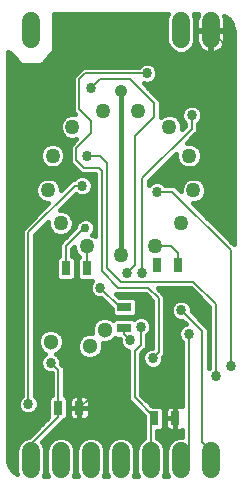
<source format=gbl>
G75*
%MOIN*%
%OFA0B0*%
%FSLAX25Y25*%
%IPPOS*%
%LPD*%
%AMOC8*
5,1,8,0,0,1.08239X$1,22.5*
%
%ADD10C,0.04961*%
%ADD11C,0.06000*%
%ADD12R,0.03150X0.04724*%
%ADD13C,0.05118*%
%ADD14R,0.04724X0.03150*%
%ADD15C,0.04156*%
%ADD16C,0.01600*%
%ADD17C,0.01200*%
%ADD18C,0.03369*%
%ADD19C,0.00800*%
%ADD20C,0.01000*%
%ADD21C,0.02975*%
D10*
X0029845Y0080360D03*
X0021114Y0088095D03*
X0016978Y0099001D03*
X0018384Y0110580D03*
X0025010Y0120180D03*
X0035338Y0125600D03*
X0047002Y0125600D03*
X0057330Y0120180D03*
X0063956Y0110580D03*
X0065362Y0099001D03*
X0061226Y0088095D03*
X0052495Y0080360D03*
X0041170Y0077569D03*
D11*
X0041170Y0012100D02*
X0041170Y0006100D01*
X0031170Y0006100D02*
X0031170Y0012100D01*
X0021170Y0012100D02*
X0021170Y0006100D01*
X0011170Y0006100D02*
X0011170Y0012100D01*
X0051170Y0012100D02*
X0051170Y0006100D01*
X0061170Y0006100D02*
X0061170Y0012100D01*
X0071170Y0012100D02*
X0071170Y0006100D01*
X0071170Y0149407D02*
X0071170Y0155407D01*
X0061170Y0155407D02*
X0061170Y0149407D01*
X0011170Y0149407D02*
X0011170Y0155407D01*
D12*
X0022757Y0073013D03*
X0029843Y0073013D03*
X0053257Y0074013D03*
X0060343Y0074013D03*
X0059343Y0023013D03*
X0052257Y0023013D03*
X0027343Y0026513D03*
X0020257Y0026513D03*
D13*
X0030800Y0047013D03*
X0035800Y0052513D03*
X0017800Y0048513D03*
D14*
X0042300Y0052970D03*
X0042300Y0060057D03*
D15*
X0041300Y0132013D03*
D16*
X0004221Y0006926D02*
X0005269Y0005483D01*
X0006644Y0004484D01*
X0006370Y0005145D01*
X0006370Y0013055D01*
X0007101Y0014819D01*
X0008451Y0016169D01*
X0010215Y0016900D01*
X0010575Y0016900D01*
X0016981Y0023306D01*
X0016882Y0023406D01*
X0016882Y0029621D01*
X0017936Y0030676D01*
X0018057Y0030676D01*
X0018057Y0038029D01*
X0017107Y0038029D01*
X0015826Y0038560D01*
X0014846Y0039540D01*
X0014316Y0040820D01*
X0014316Y0042206D01*
X0014846Y0043487D01*
X0015826Y0044467D01*
X0016002Y0044540D01*
X0015331Y0044818D01*
X0014105Y0046044D01*
X0013441Y0047646D01*
X0013441Y0049380D01*
X0014105Y0050983D01*
X0015331Y0052209D01*
X0016933Y0052872D01*
X0018667Y0052872D01*
X0020269Y0052209D01*
X0021495Y0050983D01*
X0022159Y0049380D01*
X0022159Y0047646D01*
X0021495Y0046044D01*
X0020269Y0044818D01*
X0019598Y0044540D01*
X0019774Y0044467D01*
X0020754Y0043487D01*
X0021284Y0042206D01*
X0021284Y0041140D01*
X0022457Y0039968D01*
X0022457Y0030676D01*
X0022577Y0030676D01*
X0023631Y0029621D01*
X0023631Y0023406D01*
X0022577Y0022351D01*
X0022249Y0022351D01*
X0021211Y0021313D01*
X0014978Y0015080D01*
X0015239Y0014819D01*
X0015970Y0013055D01*
X0015970Y0005145D01*
X0015418Y0003813D01*
X0016922Y0003813D01*
X0016370Y0005145D01*
X0016370Y0013055D01*
X0017101Y0014819D01*
X0018451Y0016169D01*
X0020215Y0016900D01*
X0022125Y0016900D01*
X0023889Y0016169D01*
X0025239Y0014819D01*
X0025970Y0013055D01*
X0025970Y0005145D01*
X0025418Y0003813D01*
X0026922Y0003813D01*
X0026370Y0005145D01*
X0026370Y0013055D01*
X0027101Y0014819D01*
X0028451Y0016169D01*
X0030215Y0016900D01*
X0032125Y0016900D01*
X0033889Y0016169D01*
X0035239Y0014819D01*
X0035970Y0013055D01*
X0035970Y0005145D01*
X0035418Y0003813D01*
X0036922Y0003813D01*
X0036370Y0005145D01*
X0036370Y0013055D01*
X0037101Y0014819D01*
X0038451Y0016169D01*
X0040215Y0016900D01*
X0042125Y0016900D01*
X0043889Y0016169D01*
X0045239Y0014819D01*
X0045970Y0013055D01*
X0045970Y0005145D01*
X0045418Y0003813D01*
X0046922Y0003813D01*
X0046370Y0005145D01*
X0046370Y0013055D01*
X0047101Y0014819D01*
X0048451Y0016169D01*
X0048970Y0016384D01*
X0048970Y0019817D01*
X0048882Y0019906D01*
X0048882Y0023820D01*
X0043600Y0029102D01*
X0043600Y0045532D01*
X0042326Y0046060D01*
X0041346Y0047040D01*
X0040816Y0048320D01*
X0040816Y0049386D01*
X0040607Y0049595D01*
X0039192Y0049595D01*
X0039119Y0049668D01*
X0038269Y0048818D01*
X0036667Y0048154D01*
X0035046Y0048154D01*
X0035159Y0047880D01*
X0035159Y0046146D01*
X0034495Y0044544D01*
X0033269Y0043318D01*
X0031667Y0042654D01*
X0029933Y0042654D01*
X0028331Y0043318D01*
X0027105Y0044544D01*
X0026441Y0046146D01*
X0026441Y0047880D01*
X0027105Y0049483D01*
X0028331Y0050709D01*
X0029933Y0051372D01*
X0031554Y0051372D01*
X0031441Y0051646D01*
X0031441Y0053380D01*
X0032105Y0054983D01*
X0033331Y0056209D01*
X0034933Y0056872D01*
X0036667Y0056872D01*
X0038269Y0056209D01*
X0038663Y0055815D01*
X0039192Y0056345D01*
X0045408Y0056345D01*
X0045556Y0056197D01*
X0045826Y0056467D01*
X0047107Y0056998D01*
X0048493Y0056998D01*
X0049774Y0056467D01*
X0050754Y0055487D01*
X0051284Y0054206D01*
X0051284Y0052820D01*
X0050754Y0051540D01*
X0050000Y0050786D01*
X0050000Y0046602D01*
X0048711Y0045313D01*
X0048711Y0045313D01*
X0048000Y0044602D01*
X0048000Y0030925D01*
X0051749Y0027176D01*
X0054577Y0027176D01*
X0055631Y0026121D01*
X0055631Y0019906D01*
X0054577Y0018851D01*
X0053370Y0018851D01*
X0053370Y0016384D01*
X0053889Y0016169D01*
X0055239Y0014819D01*
X0055970Y0013055D01*
X0055970Y0005145D01*
X0055418Y0003813D01*
X0056922Y0003813D01*
X0056370Y0005145D01*
X0056370Y0013055D01*
X0057101Y0014819D01*
X0058451Y0016169D01*
X0060215Y0016900D01*
X0061600Y0016900D01*
X0061600Y0018970D01*
X0061155Y0018851D01*
X0059343Y0018851D01*
X0059343Y0023013D01*
X0059343Y0023013D01*
X0055969Y0023013D01*
X0055969Y0020414D01*
X0056091Y0019956D01*
X0056328Y0019546D01*
X0056663Y0019211D01*
X0057074Y0018974D01*
X0057532Y0018851D01*
X0059343Y0018851D01*
X0059343Y0023013D01*
X0059343Y0023013D01*
X0055968Y0023013D01*
X0055969Y0025613D01*
X0056091Y0026070D01*
X0056328Y0026481D01*
X0056663Y0026816D01*
X0057074Y0027053D01*
X0057532Y0027176D01*
X0059343Y0027176D01*
X0059343Y0023014D01*
X0059343Y0023014D01*
X0059343Y0027176D01*
X0061155Y0027176D01*
X0061600Y0027056D01*
X0061600Y0048286D01*
X0060846Y0049040D01*
X0060316Y0050320D01*
X0060316Y0051706D01*
X0060846Y0052987D01*
X0061826Y0053967D01*
X0062822Y0054380D01*
X0061673Y0055529D01*
X0060607Y0055529D01*
X0059326Y0056060D01*
X0058346Y0057040D01*
X0057816Y0058320D01*
X0057816Y0059706D01*
X0058346Y0060987D01*
X0059326Y0061967D01*
X0060607Y0062498D01*
X0061993Y0062498D01*
X0063274Y0061967D01*
X0064254Y0060987D01*
X0064784Y0059706D01*
X0064784Y0058640D01*
X0069211Y0054213D01*
X0070500Y0052925D01*
X0070500Y0039641D01*
X0070600Y0039741D01*
X0070600Y0060102D01*
X0064389Y0066313D01*
X0053611Y0066313D01*
X0056000Y0063925D01*
X0056000Y0044102D01*
X0055284Y0043386D01*
X0055284Y0042320D01*
X0054754Y0041040D01*
X0053774Y0040060D01*
X0052493Y0039529D01*
X0051107Y0039529D01*
X0049826Y0040060D01*
X0048846Y0041040D01*
X0048316Y0042320D01*
X0048316Y0043706D01*
X0048846Y0044987D01*
X0049826Y0045967D01*
X0051107Y0046498D01*
X0051600Y0046498D01*
X0051600Y0062102D01*
X0049389Y0064313D01*
X0039611Y0064313D01*
X0040493Y0063431D01*
X0045408Y0063431D01*
X0046462Y0062377D01*
X0046462Y0057736D01*
X0045408Y0056682D01*
X0039192Y0056682D01*
X0038138Y0057736D01*
X0038138Y0059564D01*
X0034673Y0063029D01*
X0033607Y0063029D01*
X0032326Y0063560D01*
X0031346Y0064540D01*
X0030816Y0065820D01*
X0030816Y0067206D01*
X0031346Y0068487D01*
X0031710Y0068851D01*
X0027523Y0068851D01*
X0026469Y0069906D01*
X0026469Y0076121D01*
X0027250Y0076902D01*
X0026216Y0077936D01*
X0025565Y0079509D01*
X0025565Y0080123D01*
X0024957Y0079515D01*
X0024957Y0077176D01*
X0025077Y0077176D01*
X0026131Y0076121D01*
X0026131Y0069906D01*
X0025077Y0068851D01*
X0020436Y0068851D01*
X0019382Y0069906D01*
X0019382Y0076121D01*
X0020436Y0077176D01*
X0020557Y0077176D01*
X0020557Y0081338D01*
X0026013Y0086794D01*
X0026013Y0087124D01*
X0026513Y0088332D01*
X0027438Y0089257D01*
X0028646Y0089757D01*
X0029954Y0089757D01*
X0031162Y0089257D01*
X0032087Y0088332D01*
X0032587Y0087124D01*
X0032587Y0085816D01*
X0032087Y0084608D01*
X0031703Y0084224D01*
X0032269Y0083989D01*
X0032600Y0083658D01*
X0032600Y0104313D01*
X0027889Y0104313D01*
X0025389Y0106813D01*
X0024100Y0108102D01*
X0024100Y0113925D01*
X0026225Y0116050D01*
X0025861Y0115899D01*
X0024158Y0115899D01*
X0022585Y0116551D01*
X0021381Y0117755D01*
X0020730Y0119328D01*
X0020730Y0121031D01*
X0021381Y0122604D01*
X0022585Y0123808D01*
X0024158Y0124460D01*
X0025742Y0124460D01*
X0025100Y0125102D01*
X0025100Y0136925D01*
X0026389Y0138213D01*
X0026389Y0138213D01*
X0027100Y0138925D01*
X0027100Y0138925D01*
X0028389Y0140213D01*
X0047073Y0140213D01*
X0047826Y0140967D01*
X0049107Y0141498D01*
X0050493Y0141498D01*
X0051774Y0140967D01*
X0052754Y0139987D01*
X0053284Y0138706D01*
X0053284Y0137320D01*
X0052754Y0136040D01*
X0051774Y0135060D01*
X0050493Y0134529D01*
X0049107Y0134529D01*
X0048746Y0134679D01*
X0053211Y0130213D01*
X0053211Y0130213D01*
X0054500Y0128925D01*
X0054500Y0123402D01*
X0054906Y0123808D01*
X0056479Y0124460D01*
X0058182Y0124460D01*
X0059755Y0123808D01*
X0060959Y0122604D01*
X0061611Y0121031D01*
X0061611Y0119435D01*
X0062600Y0120425D01*
X0062600Y0121286D01*
X0061846Y0122040D01*
X0061316Y0123320D01*
X0061316Y0124706D01*
X0061846Y0125987D01*
X0062826Y0126967D01*
X0064107Y0127498D01*
X0065493Y0127498D01*
X0066774Y0126967D01*
X0067754Y0125987D01*
X0068284Y0124706D01*
X0068284Y0123320D01*
X0067754Y0122040D01*
X0067000Y0121286D01*
X0067000Y0118602D01*
X0065711Y0117313D01*
X0063258Y0114861D01*
X0064808Y0114861D01*
X0066381Y0114209D01*
X0067585Y0113005D01*
X0068237Y0111432D01*
X0068237Y0109729D01*
X0067585Y0108156D01*
X0066381Y0106952D01*
X0064808Y0106300D01*
X0063105Y0106300D01*
X0061532Y0106952D01*
X0060328Y0108156D01*
X0059676Y0109729D01*
X0059676Y0111278D01*
X0050500Y0102102D01*
X0050500Y0100641D01*
X0051326Y0101467D01*
X0052607Y0101998D01*
X0053993Y0101998D01*
X0055274Y0101467D01*
X0056027Y0100713D01*
X0059211Y0100713D01*
X0060500Y0099425D01*
X0061082Y0098843D01*
X0061082Y0099853D01*
X0061734Y0101426D01*
X0062938Y0102630D01*
X0064511Y0103281D01*
X0066214Y0103281D01*
X0067787Y0102630D01*
X0068991Y0101426D01*
X0069643Y0099853D01*
X0069643Y0098150D01*
X0068991Y0096577D01*
X0067787Y0095373D01*
X0066214Y0094721D01*
X0065204Y0094721D01*
X0078740Y0081184D01*
X0078740Y0151994D01*
X0078670Y0152885D01*
X0078119Y0154581D01*
X0077071Y0156024D01*
X0075691Y0157027D01*
X0075852Y0156531D01*
X0075970Y0155785D01*
X0075970Y0152607D01*
X0071370Y0152607D01*
X0071370Y0152207D01*
X0071370Y0144607D01*
X0071548Y0144607D01*
X0072294Y0144725D01*
X0073013Y0144959D01*
X0073686Y0145302D01*
X0074297Y0145746D01*
X0074831Y0146280D01*
X0075275Y0146891D01*
X0075618Y0147565D01*
X0075852Y0148283D01*
X0075970Y0149029D01*
X0075970Y0152207D01*
X0071370Y0152207D01*
X0070970Y0152207D01*
X0070970Y0144607D01*
X0070792Y0144607D01*
X0070046Y0144725D01*
X0069328Y0144959D01*
X0068654Y0145302D01*
X0068043Y0145746D01*
X0067509Y0146280D01*
X0067065Y0146891D01*
X0066722Y0147565D01*
X0066488Y0148283D01*
X0066370Y0149029D01*
X0066370Y0152207D01*
X0070970Y0152207D01*
X0070970Y0152607D01*
X0066370Y0152607D01*
X0066370Y0155785D01*
X0066488Y0156531D01*
X0066722Y0157250D01*
X0066948Y0157694D01*
X0065418Y0157694D01*
X0065970Y0156362D01*
X0065970Y0148452D01*
X0065239Y0146688D01*
X0063889Y0145338D01*
X0062125Y0144607D01*
X0060215Y0144607D01*
X0058451Y0145338D01*
X0057101Y0146688D01*
X0056370Y0148452D01*
X0056370Y0156362D01*
X0056922Y0157694D01*
X0019000Y0157694D01*
X0019000Y0157170D01*
X0019107Y0156422D01*
X0019000Y0156280D01*
X0019000Y0146598D01*
X0019063Y0145774D01*
X0019000Y0145700D01*
X0019000Y0145602D01*
X0018415Y0145017D01*
X0016000Y0142200D01*
X0016000Y0142102D01*
X0015415Y0141517D01*
X0014877Y0140890D01*
X0014780Y0140882D01*
X0014711Y0140813D01*
X0013885Y0140813D01*
X0013060Y0140750D01*
X0012986Y0140813D01*
X0007889Y0140813D01*
X0004389Y0144313D01*
X0003600Y0145102D01*
X0003600Y0009513D01*
X0003670Y0008622D01*
X0004221Y0006926D01*
X0004306Y0006809D02*
X0006370Y0006809D01*
X0006370Y0008407D02*
X0003740Y0008407D01*
X0003600Y0010006D02*
X0006370Y0010006D01*
X0006370Y0011604D02*
X0003600Y0011604D01*
X0003600Y0013203D02*
X0006431Y0013203D01*
X0007094Y0014801D02*
X0003600Y0014801D01*
X0003600Y0016400D02*
X0009008Y0016400D01*
X0011674Y0017998D02*
X0003600Y0017998D01*
X0003600Y0019597D02*
X0013272Y0019597D01*
X0014871Y0021196D02*
X0003600Y0021196D01*
X0003600Y0022794D02*
X0016469Y0022794D01*
X0016882Y0024393D02*
X0011146Y0024393D01*
X0010993Y0024329D02*
X0012274Y0024860D01*
X0013254Y0025840D01*
X0013784Y0027120D01*
X0013784Y0028506D01*
X0013254Y0029787D01*
X0012500Y0030541D01*
X0012500Y0084102D01*
X0016834Y0088436D01*
X0016834Y0087243D01*
X0017485Y0085670D01*
X0018690Y0084466D01*
X0020263Y0083815D01*
X0021966Y0083815D01*
X0023539Y0084466D01*
X0024743Y0085670D01*
X0025394Y0087243D01*
X0025394Y0088946D01*
X0024743Y0090519D01*
X0023539Y0091724D01*
X0021966Y0092375D01*
X0020773Y0092375D01*
X0026142Y0097744D01*
X0026326Y0097560D01*
X0027607Y0097029D01*
X0028993Y0097029D01*
X0030274Y0097560D01*
X0031254Y0098540D01*
X0031784Y0099820D01*
X0031784Y0101206D01*
X0031254Y0102487D01*
X0030274Y0103467D01*
X0028993Y0103998D01*
X0027607Y0103998D01*
X0026326Y0103467D01*
X0025573Y0102713D01*
X0024889Y0102713D01*
X0023600Y0101425D01*
X0021258Y0099083D01*
X0021258Y0099853D01*
X0020607Y0101426D01*
X0019403Y0102630D01*
X0017829Y0103281D01*
X0016127Y0103281D01*
X0014553Y0102630D01*
X0013349Y0101426D01*
X0012698Y0099853D01*
X0012698Y0098150D01*
X0013349Y0096577D01*
X0014553Y0095373D01*
X0016127Y0094721D01*
X0016896Y0094721D01*
X0008100Y0085925D01*
X0008100Y0030541D01*
X0007346Y0029787D01*
X0006816Y0028506D01*
X0006816Y0027120D01*
X0007346Y0025840D01*
X0008326Y0024860D01*
X0009607Y0024329D01*
X0010993Y0024329D01*
X0009454Y0024393D02*
X0003600Y0024393D01*
X0003600Y0025991D02*
X0007283Y0025991D01*
X0006816Y0027590D02*
X0003600Y0027590D01*
X0003600Y0029188D02*
X0007098Y0029188D01*
X0008100Y0030787D02*
X0003600Y0030787D01*
X0003600Y0032385D02*
X0008100Y0032385D01*
X0008100Y0033984D02*
X0003600Y0033984D01*
X0003600Y0035582D02*
X0008100Y0035582D01*
X0008100Y0037181D02*
X0003600Y0037181D01*
X0003600Y0038779D02*
X0008100Y0038779D01*
X0008100Y0040378D02*
X0003600Y0040378D01*
X0003600Y0041976D02*
X0008100Y0041976D01*
X0008100Y0043575D02*
X0003600Y0043575D01*
X0003600Y0045173D02*
X0008100Y0045173D01*
X0008100Y0046772D02*
X0003600Y0046772D01*
X0003600Y0048370D02*
X0008100Y0048370D01*
X0008100Y0049969D02*
X0003600Y0049969D01*
X0003600Y0051567D02*
X0008100Y0051567D01*
X0008100Y0053166D02*
X0003600Y0053166D01*
X0003600Y0054764D02*
X0008100Y0054764D01*
X0008100Y0056363D02*
X0003600Y0056363D01*
X0003600Y0057961D02*
X0008100Y0057961D01*
X0008100Y0059560D02*
X0003600Y0059560D01*
X0003600Y0061158D02*
X0008100Y0061158D01*
X0008100Y0062757D02*
X0003600Y0062757D01*
X0003600Y0064355D02*
X0008100Y0064355D01*
X0008100Y0065954D02*
X0003600Y0065954D01*
X0003600Y0067552D02*
X0008100Y0067552D01*
X0008100Y0069151D02*
X0003600Y0069151D01*
X0003600Y0070749D02*
X0008100Y0070749D01*
X0008100Y0072348D02*
X0003600Y0072348D01*
X0003600Y0073946D02*
X0008100Y0073946D01*
X0008100Y0075545D02*
X0003600Y0075545D01*
X0003600Y0077143D02*
X0008100Y0077143D01*
X0008100Y0078742D02*
X0003600Y0078742D01*
X0003600Y0080340D02*
X0008100Y0080340D01*
X0008100Y0081939D02*
X0003600Y0081939D01*
X0003600Y0083537D02*
X0008100Y0083537D01*
X0008100Y0085136D02*
X0003600Y0085136D01*
X0003600Y0086734D02*
X0008910Y0086734D01*
X0010508Y0088333D02*
X0003600Y0088333D01*
X0003600Y0089932D02*
X0012107Y0089932D01*
X0013705Y0091530D02*
X0003600Y0091530D01*
X0003600Y0093129D02*
X0015304Y0093129D01*
X0016112Y0094727D02*
X0003600Y0094727D01*
X0003600Y0096326D02*
X0013600Y0096326D01*
X0012791Y0097924D02*
X0003600Y0097924D01*
X0003600Y0099523D02*
X0012698Y0099523D01*
X0013223Y0101121D02*
X0003600Y0101121D01*
X0003600Y0102720D02*
X0014770Y0102720D01*
X0015959Y0106952D02*
X0014755Y0108156D01*
X0014104Y0109729D01*
X0014104Y0111432D01*
X0014755Y0113005D01*
X0015959Y0114209D01*
X0017532Y0114861D01*
X0019235Y0114861D01*
X0020808Y0114209D01*
X0022013Y0113005D01*
X0022664Y0111432D01*
X0022664Y0109729D01*
X0022013Y0108156D01*
X0020808Y0106952D01*
X0019235Y0106300D01*
X0017532Y0106300D01*
X0015959Y0106952D01*
X0015396Y0107515D02*
X0003600Y0107515D01*
X0003600Y0105917D02*
X0026285Y0105917D01*
X0024687Y0107515D02*
X0021372Y0107515D01*
X0022409Y0109114D02*
X0024100Y0109114D01*
X0024100Y0110712D02*
X0022664Y0110712D01*
X0022300Y0112311D02*
X0024100Y0112311D01*
X0024100Y0113909D02*
X0021108Y0113909D01*
X0022030Y0117106D02*
X0003600Y0117106D01*
X0003600Y0115508D02*
X0025683Y0115508D01*
X0020988Y0118705D02*
X0003600Y0118705D01*
X0003600Y0120303D02*
X0020730Y0120303D01*
X0021090Y0121902D02*
X0003600Y0121902D01*
X0003600Y0123500D02*
X0022277Y0123500D01*
X0025103Y0125099D02*
X0003600Y0125099D01*
X0003600Y0126697D02*
X0025100Y0126697D01*
X0025100Y0128296D02*
X0003600Y0128296D01*
X0003600Y0129894D02*
X0025100Y0129894D01*
X0025100Y0131493D02*
X0003600Y0131493D01*
X0003600Y0133091D02*
X0025100Y0133091D01*
X0025100Y0134690D02*
X0003600Y0134690D01*
X0003600Y0136288D02*
X0025100Y0136288D01*
X0026062Y0137887D02*
X0003600Y0137887D01*
X0003600Y0139485D02*
X0027661Y0139485D01*
X0019055Y0145879D02*
X0057910Y0145879D01*
X0056774Y0147478D02*
X0019000Y0147478D01*
X0019000Y0149076D02*
X0056370Y0149076D01*
X0056370Y0150675D02*
X0019000Y0150675D01*
X0019000Y0152273D02*
X0056370Y0152273D01*
X0056370Y0153872D02*
X0019000Y0153872D01*
X0019000Y0155470D02*
X0056370Y0155470D01*
X0056663Y0157069D02*
X0019014Y0157069D01*
X0017784Y0144281D02*
X0078740Y0144281D01*
X0078740Y0145879D02*
X0074431Y0145879D01*
X0075574Y0147478D02*
X0078740Y0147478D01*
X0078740Y0149076D02*
X0075970Y0149076D01*
X0075970Y0150675D02*
X0078740Y0150675D01*
X0078718Y0152273D02*
X0071370Y0152273D01*
X0070970Y0152273D02*
X0065970Y0152273D01*
X0065970Y0150675D02*
X0066370Y0150675D01*
X0066370Y0149076D02*
X0065970Y0149076D01*
X0065566Y0147478D02*
X0066766Y0147478D01*
X0067910Y0145879D02*
X0064431Y0145879D01*
X0065970Y0153872D02*
X0066370Y0153872D01*
X0066370Y0155470D02*
X0065970Y0155470D01*
X0065677Y0157069D02*
X0066663Y0157069D01*
X0070970Y0150675D02*
X0071370Y0150675D01*
X0071370Y0149076D02*
X0070970Y0149076D01*
X0070970Y0147478D02*
X0071370Y0147478D01*
X0071370Y0145879D02*
X0070970Y0145879D01*
X0075970Y0153872D02*
X0078349Y0153872D01*
X0077473Y0155470D02*
X0075970Y0155470D01*
X0078740Y0142682D02*
X0016414Y0142682D01*
X0015044Y0141084D02*
X0048108Y0141084D01*
X0051492Y0141084D02*
X0078740Y0141084D01*
X0078740Y0139485D02*
X0052962Y0139485D01*
X0053284Y0137887D02*
X0078740Y0137887D01*
X0078740Y0136288D02*
X0052857Y0136288D01*
X0050881Y0134690D02*
X0078740Y0134690D01*
X0078740Y0133091D02*
X0050333Y0133091D01*
X0051932Y0131493D02*
X0078740Y0131493D01*
X0078740Y0129894D02*
X0053530Y0129894D01*
X0054500Y0128296D02*
X0078740Y0128296D01*
X0078740Y0126697D02*
X0067044Y0126697D01*
X0068122Y0125099D02*
X0078740Y0125099D01*
X0078740Y0123500D02*
X0068284Y0123500D01*
X0067616Y0121902D02*
X0078740Y0121902D01*
X0078740Y0120303D02*
X0067000Y0120303D01*
X0067000Y0118705D02*
X0078740Y0118705D01*
X0078740Y0117106D02*
X0065504Y0117106D01*
X0063906Y0115508D02*
X0078740Y0115508D01*
X0078740Y0113909D02*
X0066681Y0113909D01*
X0067873Y0112311D02*
X0078740Y0112311D01*
X0078740Y0110712D02*
X0068237Y0110712D01*
X0067982Y0109114D02*
X0078740Y0109114D01*
X0078740Y0107515D02*
X0066944Y0107515D01*
X0067570Y0102720D02*
X0078740Y0102720D01*
X0078740Y0104318D02*
X0052716Y0104318D01*
X0051117Y0102720D02*
X0063154Y0102720D01*
X0061607Y0101121D02*
X0055620Y0101121D01*
X0054314Y0105917D02*
X0078740Y0105917D01*
X0078740Y0101121D02*
X0069117Y0101121D01*
X0069643Y0099523D02*
X0078740Y0099523D01*
X0078740Y0097924D02*
X0069549Y0097924D01*
X0068740Y0096326D02*
X0078740Y0096326D01*
X0078740Y0094727D02*
X0066229Y0094727D01*
X0066796Y0093129D02*
X0078740Y0093129D01*
X0078740Y0091530D02*
X0068395Y0091530D01*
X0069993Y0089932D02*
X0078740Y0089932D01*
X0078740Y0088333D02*
X0071592Y0088333D01*
X0073190Y0086734D02*
X0078740Y0086734D01*
X0078740Y0085136D02*
X0074789Y0085136D01*
X0076387Y0083537D02*
X0078740Y0083537D01*
X0078740Y0081939D02*
X0077986Y0081939D01*
X0067945Y0062757D02*
X0056000Y0062757D01*
X0056000Y0061158D02*
X0058517Y0061158D01*
X0057816Y0059560D02*
X0056000Y0059560D01*
X0056000Y0057961D02*
X0057964Y0057961D01*
X0059023Y0056363D02*
X0056000Y0056363D01*
X0056000Y0054764D02*
X0062438Y0054764D01*
X0061025Y0053166D02*
X0056000Y0053166D01*
X0056000Y0051567D02*
X0060316Y0051567D01*
X0060461Y0049969D02*
X0056000Y0049969D01*
X0056000Y0048370D02*
X0061516Y0048370D01*
X0061600Y0046772D02*
X0056000Y0046772D01*
X0056000Y0045173D02*
X0061600Y0045173D01*
X0061600Y0043575D02*
X0055473Y0043575D01*
X0055142Y0041976D02*
X0061600Y0041976D01*
X0061600Y0040378D02*
X0054092Y0040378D01*
X0051600Y0046772D02*
X0050000Y0046772D01*
X0050000Y0048370D02*
X0051600Y0048370D01*
X0051600Y0049969D02*
X0050000Y0049969D01*
X0050765Y0051567D02*
X0051600Y0051567D01*
X0051600Y0053166D02*
X0051284Y0053166D01*
X0051053Y0054764D02*
X0051600Y0054764D01*
X0051600Y0056363D02*
X0049878Y0056363D01*
X0051600Y0057961D02*
X0046462Y0057961D01*
X0046462Y0059560D02*
X0051600Y0059560D01*
X0051600Y0061158D02*
X0046462Y0061158D01*
X0046082Y0062757D02*
X0050945Y0062757D01*
X0053971Y0065954D02*
X0064748Y0065954D01*
X0066347Y0064355D02*
X0055569Y0064355D01*
X0064083Y0061158D02*
X0069544Y0061158D01*
X0070600Y0059560D02*
X0064784Y0059560D01*
X0065463Y0057961D02*
X0070600Y0057961D01*
X0070600Y0056363D02*
X0067062Y0056363D01*
X0068660Y0054764D02*
X0070600Y0054764D01*
X0070600Y0053166D02*
X0070259Y0053166D01*
X0070500Y0051567D02*
X0070600Y0051567D01*
X0070600Y0049969D02*
X0070500Y0049969D01*
X0070500Y0048370D02*
X0070600Y0048370D01*
X0070600Y0046772D02*
X0070500Y0046772D01*
X0070500Y0045173D02*
X0070600Y0045173D01*
X0070600Y0043575D02*
X0070500Y0043575D01*
X0070500Y0041976D02*
X0070600Y0041976D01*
X0070600Y0040378D02*
X0070500Y0040378D01*
X0061600Y0038779D02*
X0048000Y0038779D01*
X0048000Y0037181D02*
X0061600Y0037181D01*
X0061600Y0035582D02*
X0048000Y0035582D01*
X0048000Y0033984D02*
X0061600Y0033984D01*
X0061600Y0032385D02*
X0048000Y0032385D01*
X0048138Y0030787D02*
X0061600Y0030787D01*
X0061600Y0029188D02*
X0049737Y0029188D01*
X0051335Y0027590D02*
X0061600Y0027590D01*
X0059343Y0025991D02*
X0059343Y0025991D01*
X0059343Y0024393D02*
X0059343Y0024393D01*
X0059343Y0022794D02*
X0059343Y0022794D01*
X0059343Y0021196D02*
X0059343Y0021196D01*
X0059343Y0019597D02*
X0059343Y0019597D01*
X0059008Y0016400D02*
X0053370Y0016400D01*
X0053370Y0017998D02*
X0061600Y0017998D01*
X0057094Y0014801D02*
X0055247Y0014801D01*
X0055909Y0013203D02*
X0056431Y0013203D01*
X0056370Y0011604D02*
X0055970Y0011604D01*
X0055970Y0010006D02*
X0056370Y0010006D01*
X0056370Y0008407D02*
X0055970Y0008407D01*
X0055970Y0006809D02*
X0056370Y0006809D01*
X0056370Y0005210D02*
X0055970Y0005210D01*
X0048970Y0016400D02*
X0043332Y0016400D01*
X0045247Y0014801D02*
X0047094Y0014801D01*
X0046431Y0013203D02*
X0045909Y0013203D01*
X0045970Y0011604D02*
X0046370Y0011604D01*
X0046370Y0010006D02*
X0045970Y0010006D01*
X0045970Y0008407D02*
X0046370Y0008407D01*
X0046370Y0006809D02*
X0045970Y0006809D01*
X0045970Y0005210D02*
X0046370Y0005210D01*
X0048970Y0017998D02*
X0017896Y0017998D01*
X0019008Y0016400D02*
X0016298Y0016400D01*
X0017094Y0014801D02*
X0015247Y0014801D01*
X0015909Y0013203D02*
X0016431Y0013203D01*
X0016370Y0011604D02*
X0015970Y0011604D01*
X0015970Y0010006D02*
X0016370Y0010006D01*
X0016370Y0008407D02*
X0015970Y0008407D01*
X0015970Y0006809D02*
X0016370Y0006809D01*
X0016370Y0005210D02*
X0015970Y0005210D01*
X0023332Y0016400D02*
X0029008Y0016400D01*
X0027094Y0014801D02*
X0025247Y0014801D01*
X0025909Y0013203D02*
X0026431Y0013203D01*
X0026370Y0011604D02*
X0025970Y0011604D01*
X0025970Y0010006D02*
X0026370Y0010006D01*
X0026370Y0008407D02*
X0025970Y0008407D01*
X0025970Y0006809D02*
X0026370Y0006809D01*
X0026370Y0005210D02*
X0025970Y0005210D01*
X0033332Y0016400D02*
X0039008Y0016400D01*
X0037094Y0014801D02*
X0035247Y0014801D01*
X0035909Y0013203D02*
X0036431Y0013203D01*
X0036370Y0011604D02*
X0035970Y0011604D01*
X0035970Y0010006D02*
X0036370Y0010006D01*
X0036370Y0008407D02*
X0035970Y0008407D01*
X0035970Y0006809D02*
X0036370Y0006809D01*
X0036370Y0005210D02*
X0035970Y0005210D01*
X0029613Y0022474D02*
X0030023Y0022711D01*
X0030358Y0023046D01*
X0030595Y0023456D01*
X0030718Y0023914D01*
X0030718Y0026513D01*
X0027343Y0026513D01*
X0027343Y0026513D01*
X0027343Y0022351D01*
X0025532Y0022351D01*
X0025074Y0022474D01*
X0024663Y0022711D01*
X0024328Y0023046D01*
X0024091Y0023456D01*
X0023969Y0023914D01*
X0023969Y0026513D01*
X0027343Y0026513D01*
X0027343Y0026513D01*
X0027343Y0022351D01*
X0029155Y0022351D01*
X0029613Y0022474D01*
X0030107Y0022794D02*
X0048882Y0022794D01*
X0048882Y0021196D02*
X0021093Y0021196D01*
X0019495Y0019597D02*
X0048970Y0019597D01*
X0048310Y0024393D02*
X0030718Y0024393D01*
X0030718Y0025991D02*
X0046711Y0025991D01*
X0045113Y0027590D02*
X0030718Y0027590D01*
X0030718Y0026513D02*
X0030718Y0029113D01*
X0030595Y0029570D01*
X0030358Y0029981D01*
X0030023Y0030316D01*
X0029613Y0030553D01*
X0029155Y0030676D01*
X0027343Y0030676D01*
X0025532Y0030676D01*
X0025074Y0030553D01*
X0024663Y0030316D01*
X0024328Y0029981D01*
X0024091Y0029570D01*
X0023969Y0029113D01*
X0023968Y0026513D01*
X0027343Y0026513D01*
X0027343Y0026513D01*
X0027343Y0026514D02*
X0027343Y0030676D01*
X0027343Y0026514D01*
X0027343Y0026514D01*
X0027343Y0026513D02*
X0030718Y0026513D01*
X0030698Y0029188D02*
X0043600Y0029188D01*
X0043600Y0030787D02*
X0022457Y0030787D01*
X0022457Y0032385D02*
X0043600Y0032385D01*
X0043600Y0033984D02*
X0022457Y0033984D01*
X0022457Y0035582D02*
X0043600Y0035582D01*
X0043600Y0037181D02*
X0022457Y0037181D01*
X0022457Y0038779D02*
X0043600Y0038779D01*
X0043600Y0040378D02*
X0022047Y0040378D01*
X0021284Y0041976D02*
X0043600Y0041976D01*
X0043600Y0043575D02*
X0033526Y0043575D01*
X0034756Y0045173D02*
X0043600Y0045173D01*
X0041614Y0046772D02*
X0035159Y0046772D01*
X0037188Y0048370D02*
X0040816Y0048370D01*
X0037898Y0056363D02*
X0045722Y0056363D01*
X0048571Y0045173D02*
X0049032Y0045173D01*
X0048316Y0043575D02*
X0048000Y0043575D01*
X0048000Y0041976D02*
X0048458Y0041976D01*
X0048000Y0040378D02*
X0049508Y0040378D01*
X0055631Y0025991D02*
X0056070Y0025991D01*
X0055969Y0024393D02*
X0055631Y0024393D01*
X0055631Y0022794D02*
X0055969Y0022794D01*
X0055969Y0021196D02*
X0055631Y0021196D01*
X0055323Y0019597D02*
X0056299Y0019597D01*
X0038138Y0057961D02*
X0012500Y0057961D01*
X0012500Y0056363D02*
X0033702Y0056363D01*
X0032014Y0054764D02*
X0012500Y0054764D01*
X0012500Y0053166D02*
X0031441Y0053166D01*
X0031474Y0051567D02*
X0020911Y0051567D01*
X0021915Y0049969D02*
X0027591Y0049969D01*
X0026644Y0048370D02*
X0022159Y0048370D01*
X0021797Y0046772D02*
X0026441Y0046772D01*
X0026844Y0045173D02*
X0020624Y0045173D01*
X0020666Y0043575D02*
X0028074Y0043575D01*
X0027343Y0029188D02*
X0027343Y0029188D01*
X0027343Y0027590D02*
X0027343Y0027590D01*
X0027343Y0025991D02*
X0027343Y0025991D01*
X0027343Y0024393D02*
X0027343Y0024393D01*
X0027343Y0022794D02*
X0027343Y0022794D01*
X0024580Y0022794D02*
X0023020Y0022794D01*
X0023631Y0024393D02*
X0023969Y0024393D01*
X0023969Y0025991D02*
X0023631Y0025991D01*
X0023631Y0027590D02*
X0023969Y0027590D01*
X0023989Y0029188D02*
X0023631Y0029188D01*
X0018057Y0030787D02*
X0012500Y0030787D01*
X0012500Y0032385D02*
X0018057Y0032385D01*
X0018057Y0033984D02*
X0012500Y0033984D01*
X0012500Y0035582D02*
X0018057Y0035582D01*
X0018057Y0037181D02*
X0012500Y0037181D01*
X0012500Y0038779D02*
X0015607Y0038779D01*
X0014499Y0040378D02*
X0012500Y0040378D01*
X0012500Y0041976D02*
X0014316Y0041976D01*
X0014934Y0043575D02*
X0012500Y0043575D01*
X0012500Y0045173D02*
X0014976Y0045173D01*
X0013803Y0046772D02*
X0012500Y0046772D01*
X0012500Y0048370D02*
X0013441Y0048370D01*
X0013685Y0049969D02*
X0012500Y0049969D01*
X0012500Y0051567D02*
X0014689Y0051567D01*
X0012500Y0059560D02*
X0038138Y0059560D01*
X0036544Y0061158D02*
X0012500Y0061158D01*
X0012500Y0062757D02*
X0034945Y0062757D01*
X0031531Y0064355D02*
X0012500Y0064355D01*
X0012500Y0065954D02*
X0030816Y0065954D01*
X0030959Y0067552D02*
X0012500Y0067552D01*
X0012500Y0069151D02*
X0020137Y0069151D01*
X0019382Y0070749D02*
X0012500Y0070749D01*
X0012500Y0072348D02*
X0019382Y0072348D01*
X0019382Y0073946D02*
X0012500Y0073946D01*
X0012500Y0075545D02*
X0019382Y0075545D01*
X0020404Y0077143D02*
X0012500Y0077143D01*
X0012500Y0078742D02*
X0020557Y0078742D01*
X0020557Y0080340D02*
X0012500Y0080340D01*
X0012500Y0081939D02*
X0021158Y0081939D01*
X0022756Y0083537D02*
X0012500Y0083537D01*
X0013534Y0085136D02*
X0018020Y0085136D01*
X0017045Y0086734D02*
X0015132Y0086734D01*
X0016731Y0088333D02*
X0016834Y0088333D01*
X0021526Y0093129D02*
X0032600Y0093129D01*
X0032600Y0094727D02*
X0023125Y0094727D01*
X0024723Y0096326D02*
X0032600Y0096326D01*
X0032600Y0097924D02*
X0030638Y0097924D01*
X0031661Y0099523D02*
X0032600Y0099523D01*
X0032600Y0101121D02*
X0031784Y0101121D01*
X0031021Y0102720D02*
X0032600Y0102720D01*
X0027884Y0104318D02*
X0003600Y0104318D01*
X0003600Y0109114D02*
X0014358Y0109114D01*
X0014104Y0110712D02*
X0003600Y0110712D01*
X0003600Y0112311D02*
X0014468Y0112311D01*
X0015659Y0113909D02*
X0003600Y0113909D01*
X0003600Y0141084D02*
X0007618Y0141084D01*
X0006020Y0142682D02*
X0003600Y0142682D01*
X0003600Y0144281D02*
X0004421Y0144281D01*
X0019186Y0102720D02*
X0025579Y0102720D01*
X0023296Y0101121D02*
X0020733Y0101121D01*
X0021258Y0099523D02*
X0021698Y0099523D01*
X0023732Y0091530D02*
X0032600Y0091530D01*
X0032600Y0089932D02*
X0024986Y0089932D01*
X0025394Y0088333D02*
X0026514Y0088333D01*
X0025953Y0086734D02*
X0025184Y0086734D01*
X0024355Y0085136D02*
X0024209Y0085136D01*
X0024957Y0078742D02*
X0025882Y0078742D01*
X0025109Y0077143D02*
X0027008Y0077143D01*
X0026469Y0075545D02*
X0026131Y0075545D01*
X0026131Y0073946D02*
X0026469Y0073946D01*
X0026469Y0072348D02*
X0026131Y0072348D01*
X0026131Y0070749D02*
X0026469Y0070749D01*
X0027223Y0069151D02*
X0025377Y0069151D01*
X0032306Y0085136D02*
X0032600Y0085136D01*
X0032587Y0086734D02*
X0032600Y0086734D01*
X0032600Y0088333D02*
X0032086Y0088333D01*
X0041300Y0077699D02*
X0041300Y0132013D01*
X0054500Y0126697D02*
X0062556Y0126697D01*
X0061478Y0125099D02*
X0054500Y0125099D01*
X0054500Y0123500D02*
X0054598Y0123500D01*
X0060063Y0123500D02*
X0061316Y0123500D01*
X0061250Y0121902D02*
X0061984Y0121902D01*
X0061611Y0120303D02*
X0062479Y0120303D01*
X0059676Y0110712D02*
X0059110Y0110712D01*
X0059931Y0109114D02*
X0057512Y0109114D01*
X0055913Y0107515D02*
X0060968Y0107515D01*
X0061082Y0099523D02*
X0060402Y0099523D01*
X0050980Y0101121D02*
X0050500Y0101121D01*
X0016882Y0029188D02*
X0013502Y0029188D01*
X0013784Y0027590D02*
X0016882Y0027590D01*
X0016882Y0025991D02*
X0013316Y0025991D01*
X0006370Y0005210D02*
X0005645Y0005210D01*
D17*
X0041170Y0077569D02*
X0041300Y0077699D01*
D18*
X0043300Y0071513D03*
X0048300Y0071513D03*
X0047800Y0053513D03*
X0044300Y0049013D03*
X0051800Y0043013D03*
X0052300Y0034013D03*
X0063800Y0051013D03*
X0061300Y0059013D03*
X0072800Y0037013D03*
X0077800Y0040513D03*
X0053300Y0098513D03*
X0053800Y0103513D03*
X0064800Y0124013D03*
X0049800Y0138013D03*
X0031300Y0133013D03*
X0029800Y0110513D03*
X0028300Y0100513D03*
X0034300Y0066513D03*
X0035800Y0052513D03*
X0030800Y0047013D03*
X0030400Y0036613D03*
X0017800Y0041513D03*
X0017800Y0048513D03*
X0016800Y0055013D03*
X0010300Y0027813D03*
D19*
X0010300Y0085013D01*
X0025800Y0100513D01*
X0028300Y0100513D01*
X0028800Y0106513D02*
X0026300Y0109013D01*
X0026300Y0113013D01*
X0031300Y0118013D01*
X0031300Y0122013D01*
X0027300Y0126013D01*
X0027300Y0136013D01*
X0029300Y0138013D01*
X0049800Y0138013D01*
X0044300Y0136013D02*
X0052300Y0128013D01*
X0052300Y0123513D01*
X0045800Y0117013D01*
X0045800Y0074013D01*
X0043300Y0071513D01*
X0041300Y0068513D02*
X0036550Y0073263D01*
X0036550Y0108263D01*
X0034300Y0110513D01*
X0029800Y0110513D01*
X0028800Y0106513D02*
X0033800Y0106513D01*
X0034800Y0105513D01*
X0034800Y0072013D01*
X0040300Y0066513D01*
X0050300Y0066513D01*
X0053800Y0063013D01*
X0053800Y0045013D01*
X0051800Y0043013D01*
X0047800Y0047513D02*
X0045800Y0045513D01*
X0045800Y0030013D01*
X0052257Y0023557D01*
X0052257Y0023013D01*
X0051170Y0021927D01*
X0051170Y0009100D01*
X0061170Y0009100D02*
X0061170Y0010600D01*
X0063800Y0013230D01*
X0063800Y0014513D01*
X0063800Y0051013D01*
X0068300Y0052013D02*
X0061300Y0059013D01*
X0065300Y0068513D02*
X0041300Y0068513D01*
X0034300Y0066513D02*
X0040757Y0060057D01*
X0042300Y0060057D01*
X0042300Y0052970D02*
X0042300Y0051013D01*
X0044300Y0049013D01*
X0047800Y0047513D02*
X0047800Y0053513D01*
X0048300Y0071513D02*
X0048300Y0103013D01*
X0064800Y0119513D01*
X0064800Y0124013D01*
X0077300Y0103513D02*
X0077300Y0146277D01*
X0071170Y0152407D01*
X0044300Y0136013D02*
X0034300Y0136013D01*
X0031300Y0133013D01*
X0053300Y0098513D02*
X0058300Y0098513D01*
X0077800Y0079013D01*
X0077800Y0040513D01*
X0072800Y0037013D02*
X0072800Y0061013D01*
X0065300Y0068513D01*
X0060343Y0074013D02*
X0060300Y0074057D01*
X0060300Y0078013D01*
X0057953Y0080360D01*
X0052495Y0080360D01*
X0068300Y0052013D02*
X0068300Y0015013D01*
X0071170Y0012143D01*
X0071170Y0009100D01*
X0030400Y0029570D02*
X0027343Y0026513D01*
X0030400Y0029570D02*
X0030400Y0036613D01*
X0020257Y0039057D02*
X0020257Y0026513D01*
X0020300Y0026470D01*
X0020300Y0023513D01*
X0011170Y0014383D01*
X0011170Y0009100D01*
X0013800Y0024413D02*
X0004600Y0024413D01*
X0013800Y0024413D02*
X0013800Y0052013D01*
X0016800Y0055013D01*
X0017800Y0041513D02*
X0020257Y0039057D01*
X0022757Y0073013D02*
X0022757Y0080427D01*
X0028800Y0086470D01*
X0029300Y0086470D01*
X0029845Y0080360D02*
X0029843Y0080359D01*
X0029843Y0073013D01*
D20*
X0053800Y0103513D02*
X0077300Y0103513D01*
X0004600Y0124065D02*
X0004600Y0024413D01*
D21*
X0029300Y0086470D03*
X0053257Y0074013D03*
M02*

</source>
